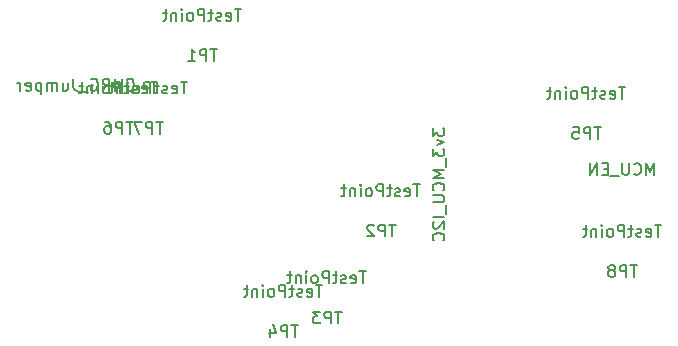
<source format=gbr>
G04 #@! TF.GenerationSoftware,KiCad,Pcbnew,9.0.0*
G04 #@! TF.CreationDate,2025-03-02T20:38:03-08:00*
G04 #@! TF.ProjectId,SuperPower-uC-KiCad,53757065-7250-46f7-9765-722d75432d4b,rev?*
G04 #@! TF.SameCoordinates,Original*
G04 #@! TF.FileFunction,AssemblyDrawing,Bot*
%FSLAX46Y46*%
G04 Gerber Fmt 4.6, Leading zero omitted, Abs format (unit mm)*
G04 Created by KiCad (PCBNEW 9.0.0) date 2025-03-02 20:38:03*
%MOMM*%
%LPD*%
G01*
G04 APERTURE LIST*
%ADD10C,0.150000*%
G04 APERTURE END LIST*
D10*
X135939333Y-111250819D02*
X135367905Y-111250819D01*
X135653619Y-112250819D02*
X135653619Y-111250819D01*
X134653619Y-112203200D02*
X134748857Y-112250819D01*
X134748857Y-112250819D02*
X134939333Y-112250819D01*
X134939333Y-112250819D02*
X135034571Y-112203200D01*
X135034571Y-112203200D02*
X135082190Y-112107961D01*
X135082190Y-112107961D02*
X135082190Y-111727009D01*
X135082190Y-111727009D02*
X135034571Y-111631771D01*
X135034571Y-111631771D02*
X134939333Y-111584152D01*
X134939333Y-111584152D02*
X134748857Y-111584152D01*
X134748857Y-111584152D02*
X134653619Y-111631771D01*
X134653619Y-111631771D02*
X134606000Y-111727009D01*
X134606000Y-111727009D02*
X134606000Y-111822247D01*
X134606000Y-111822247D02*
X135082190Y-111917485D01*
X134225047Y-112203200D02*
X134129809Y-112250819D01*
X134129809Y-112250819D02*
X133939333Y-112250819D01*
X133939333Y-112250819D02*
X133844095Y-112203200D01*
X133844095Y-112203200D02*
X133796476Y-112107961D01*
X133796476Y-112107961D02*
X133796476Y-112060342D01*
X133796476Y-112060342D02*
X133844095Y-111965104D01*
X133844095Y-111965104D02*
X133939333Y-111917485D01*
X133939333Y-111917485D02*
X134082190Y-111917485D01*
X134082190Y-111917485D02*
X134177428Y-111869866D01*
X134177428Y-111869866D02*
X134225047Y-111774628D01*
X134225047Y-111774628D02*
X134225047Y-111727009D01*
X134225047Y-111727009D02*
X134177428Y-111631771D01*
X134177428Y-111631771D02*
X134082190Y-111584152D01*
X134082190Y-111584152D02*
X133939333Y-111584152D01*
X133939333Y-111584152D02*
X133844095Y-111631771D01*
X133510761Y-111584152D02*
X133129809Y-111584152D01*
X133367904Y-111250819D02*
X133367904Y-112107961D01*
X133367904Y-112107961D02*
X133320285Y-112203200D01*
X133320285Y-112203200D02*
X133225047Y-112250819D01*
X133225047Y-112250819D02*
X133129809Y-112250819D01*
X132796475Y-112250819D02*
X132796475Y-111250819D01*
X132796475Y-111250819D02*
X132415523Y-111250819D01*
X132415523Y-111250819D02*
X132320285Y-111298438D01*
X132320285Y-111298438D02*
X132272666Y-111346057D01*
X132272666Y-111346057D02*
X132225047Y-111441295D01*
X132225047Y-111441295D02*
X132225047Y-111584152D01*
X132225047Y-111584152D02*
X132272666Y-111679390D01*
X132272666Y-111679390D02*
X132320285Y-111727009D01*
X132320285Y-111727009D02*
X132415523Y-111774628D01*
X132415523Y-111774628D02*
X132796475Y-111774628D01*
X131653618Y-112250819D02*
X131748856Y-112203200D01*
X131748856Y-112203200D02*
X131796475Y-112155580D01*
X131796475Y-112155580D02*
X131844094Y-112060342D01*
X131844094Y-112060342D02*
X131844094Y-111774628D01*
X131844094Y-111774628D02*
X131796475Y-111679390D01*
X131796475Y-111679390D02*
X131748856Y-111631771D01*
X131748856Y-111631771D02*
X131653618Y-111584152D01*
X131653618Y-111584152D02*
X131510761Y-111584152D01*
X131510761Y-111584152D02*
X131415523Y-111631771D01*
X131415523Y-111631771D02*
X131367904Y-111679390D01*
X131367904Y-111679390D02*
X131320285Y-111774628D01*
X131320285Y-111774628D02*
X131320285Y-112060342D01*
X131320285Y-112060342D02*
X131367904Y-112155580D01*
X131367904Y-112155580D02*
X131415523Y-112203200D01*
X131415523Y-112203200D02*
X131510761Y-112250819D01*
X131510761Y-112250819D02*
X131653618Y-112250819D01*
X130891713Y-112250819D02*
X130891713Y-111584152D01*
X130891713Y-111250819D02*
X130939332Y-111298438D01*
X130939332Y-111298438D02*
X130891713Y-111346057D01*
X130891713Y-111346057D02*
X130844094Y-111298438D01*
X130844094Y-111298438D02*
X130891713Y-111250819D01*
X130891713Y-111250819D02*
X130891713Y-111346057D01*
X130415523Y-111584152D02*
X130415523Y-112250819D01*
X130415523Y-111679390D02*
X130367904Y-111631771D01*
X130367904Y-111631771D02*
X130272666Y-111584152D01*
X130272666Y-111584152D02*
X130129809Y-111584152D01*
X130129809Y-111584152D02*
X130034571Y-111631771D01*
X130034571Y-111631771D02*
X129986952Y-111727009D01*
X129986952Y-111727009D02*
X129986952Y-112250819D01*
X129653618Y-111584152D02*
X129272666Y-111584152D01*
X129510761Y-111250819D02*
X129510761Y-112107961D01*
X129510761Y-112107961D02*
X129463142Y-112203200D01*
X129463142Y-112203200D02*
X129367904Y-112250819D01*
X129367904Y-112250819D02*
X129272666Y-112250819D01*
X133867904Y-114650819D02*
X133296476Y-114650819D01*
X133582190Y-115650819D02*
X133582190Y-114650819D01*
X132963142Y-115650819D02*
X132963142Y-114650819D01*
X132963142Y-114650819D02*
X132582190Y-114650819D01*
X132582190Y-114650819D02*
X132486952Y-114698438D01*
X132486952Y-114698438D02*
X132439333Y-114746057D01*
X132439333Y-114746057D02*
X132391714Y-114841295D01*
X132391714Y-114841295D02*
X132391714Y-114984152D01*
X132391714Y-114984152D02*
X132439333Y-115079390D01*
X132439333Y-115079390D02*
X132486952Y-115127009D01*
X132486952Y-115127009D02*
X132582190Y-115174628D01*
X132582190Y-115174628D02*
X132963142Y-115174628D01*
X132010761Y-114746057D02*
X131963142Y-114698438D01*
X131963142Y-114698438D02*
X131867904Y-114650819D01*
X131867904Y-114650819D02*
X131629809Y-114650819D01*
X131629809Y-114650819D02*
X131534571Y-114698438D01*
X131534571Y-114698438D02*
X131486952Y-114746057D01*
X131486952Y-114746057D02*
X131439333Y-114841295D01*
X131439333Y-114841295D02*
X131439333Y-114936533D01*
X131439333Y-114936533D02*
X131486952Y-115079390D01*
X131486952Y-115079390D02*
X132058380Y-115650819D01*
X132058380Y-115650819D02*
X131439333Y-115650819D01*
X127666333Y-119751819D02*
X127094905Y-119751819D01*
X127380619Y-120751819D02*
X127380619Y-119751819D01*
X126380619Y-120704200D02*
X126475857Y-120751819D01*
X126475857Y-120751819D02*
X126666333Y-120751819D01*
X126666333Y-120751819D02*
X126761571Y-120704200D01*
X126761571Y-120704200D02*
X126809190Y-120608961D01*
X126809190Y-120608961D02*
X126809190Y-120228009D01*
X126809190Y-120228009D02*
X126761571Y-120132771D01*
X126761571Y-120132771D02*
X126666333Y-120085152D01*
X126666333Y-120085152D02*
X126475857Y-120085152D01*
X126475857Y-120085152D02*
X126380619Y-120132771D01*
X126380619Y-120132771D02*
X126333000Y-120228009D01*
X126333000Y-120228009D02*
X126333000Y-120323247D01*
X126333000Y-120323247D02*
X126809190Y-120418485D01*
X125952047Y-120704200D02*
X125856809Y-120751819D01*
X125856809Y-120751819D02*
X125666333Y-120751819D01*
X125666333Y-120751819D02*
X125571095Y-120704200D01*
X125571095Y-120704200D02*
X125523476Y-120608961D01*
X125523476Y-120608961D02*
X125523476Y-120561342D01*
X125523476Y-120561342D02*
X125571095Y-120466104D01*
X125571095Y-120466104D02*
X125666333Y-120418485D01*
X125666333Y-120418485D02*
X125809190Y-120418485D01*
X125809190Y-120418485D02*
X125904428Y-120370866D01*
X125904428Y-120370866D02*
X125952047Y-120275628D01*
X125952047Y-120275628D02*
X125952047Y-120228009D01*
X125952047Y-120228009D02*
X125904428Y-120132771D01*
X125904428Y-120132771D02*
X125809190Y-120085152D01*
X125809190Y-120085152D02*
X125666333Y-120085152D01*
X125666333Y-120085152D02*
X125571095Y-120132771D01*
X125237761Y-120085152D02*
X124856809Y-120085152D01*
X125094904Y-119751819D02*
X125094904Y-120608961D01*
X125094904Y-120608961D02*
X125047285Y-120704200D01*
X125047285Y-120704200D02*
X124952047Y-120751819D01*
X124952047Y-120751819D02*
X124856809Y-120751819D01*
X124523475Y-120751819D02*
X124523475Y-119751819D01*
X124523475Y-119751819D02*
X124142523Y-119751819D01*
X124142523Y-119751819D02*
X124047285Y-119799438D01*
X124047285Y-119799438D02*
X123999666Y-119847057D01*
X123999666Y-119847057D02*
X123952047Y-119942295D01*
X123952047Y-119942295D02*
X123952047Y-120085152D01*
X123952047Y-120085152D02*
X123999666Y-120180390D01*
X123999666Y-120180390D02*
X124047285Y-120228009D01*
X124047285Y-120228009D02*
X124142523Y-120275628D01*
X124142523Y-120275628D02*
X124523475Y-120275628D01*
X123380618Y-120751819D02*
X123475856Y-120704200D01*
X123475856Y-120704200D02*
X123523475Y-120656580D01*
X123523475Y-120656580D02*
X123571094Y-120561342D01*
X123571094Y-120561342D02*
X123571094Y-120275628D01*
X123571094Y-120275628D02*
X123523475Y-120180390D01*
X123523475Y-120180390D02*
X123475856Y-120132771D01*
X123475856Y-120132771D02*
X123380618Y-120085152D01*
X123380618Y-120085152D02*
X123237761Y-120085152D01*
X123237761Y-120085152D02*
X123142523Y-120132771D01*
X123142523Y-120132771D02*
X123094904Y-120180390D01*
X123094904Y-120180390D02*
X123047285Y-120275628D01*
X123047285Y-120275628D02*
X123047285Y-120561342D01*
X123047285Y-120561342D02*
X123094904Y-120656580D01*
X123094904Y-120656580D02*
X123142523Y-120704200D01*
X123142523Y-120704200D02*
X123237761Y-120751819D01*
X123237761Y-120751819D02*
X123380618Y-120751819D01*
X122618713Y-120751819D02*
X122618713Y-120085152D01*
X122618713Y-119751819D02*
X122666332Y-119799438D01*
X122666332Y-119799438D02*
X122618713Y-119847057D01*
X122618713Y-119847057D02*
X122571094Y-119799438D01*
X122571094Y-119799438D02*
X122618713Y-119751819D01*
X122618713Y-119751819D02*
X122618713Y-119847057D01*
X122142523Y-120085152D02*
X122142523Y-120751819D01*
X122142523Y-120180390D02*
X122094904Y-120132771D01*
X122094904Y-120132771D02*
X121999666Y-120085152D01*
X121999666Y-120085152D02*
X121856809Y-120085152D01*
X121856809Y-120085152D02*
X121761571Y-120132771D01*
X121761571Y-120132771D02*
X121713952Y-120228009D01*
X121713952Y-120228009D02*
X121713952Y-120751819D01*
X121380618Y-120085152D02*
X120999666Y-120085152D01*
X121237761Y-119751819D02*
X121237761Y-120608961D01*
X121237761Y-120608961D02*
X121190142Y-120704200D01*
X121190142Y-120704200D02*
X121094904Y-120751819D01*
X121094904Y-120751819D02*
X120999666Y-120751819D01*
X125594904Y-123151819D02*
X125023476Y-123151819D01*
X125309190Y-124151819D02*
X125309190Y-123151819D01*
X124690142Y-124151819D02*
X124690142Y-123151819D01*
X124690142Y-123151819D02*
X124309190Y-123151819D01*
X124309190Y-123151819D02*
X124213952Y-123199438D01*
X124213952Y-123199438D02*
X124166333Y-123247057D01*
X124166333Y-123247057D02*
X124118714Y-123342295D01*
X124118714Y-123342295D02*
X124118714Y-123485152D01*
X124118714Y-123485152D02*
X124166333Y-123580390D01*
X124166333Y-123580390D02*
X124213952Y-123628009D01*
X124213952Y-123628009D02*
X124309190Y-123675628D01*
X124309190Y-123675628D02*
X124690142Y-123675628D01*
X123261571Y-123485152D02*
X123261571Y-124151819D01*
X123499666Y-123104200D02*
X123737761Y-123818485D01*
X123737761Y-123818485D02*
X123118714Y-123818485D01*
X156368333Y-114671819D02*
X155796905Y-114671819D01*
X156082619Y-115671819D02*
X156082619Y-114671819D01*
X155082619Y-115624200D02*
X155177857Y-115671819D01*
X155177857Y-115671819D02*
X155368333Y-115671819D01*
X155368333Y-115671819D02*
X155463571Y-115624200D01*
X155463571Y-115624200D02*
X155511190Y-115528961D01*
X155511190Y-115528961D02*
X155511190Y-115148009D01*
X155511190Y-115148009D02*
X155463571Y-115052771D01*
X155463571Y-115052771D02*
X155368333Y-115005152D01*
X155368333Y-115005152D02*
X155177857Y-115005152D01*
X155177857Y-115005152D02*
X155082619Y-115052771D01*
X155082619Y-115052771D02*
X155035000Y-115148009D01*
X155035000Y-115148009D02*
X155035000Y-115243247D01*
X155035000Y-115243247D02*
X155511190Y-115338485D01*
X154654047Y-115624200D02*
X154558809Y-115671819D01*
X154558809Y-115671819D02*
X154368333Y-115671819D01*
X154368333Y-115671819D02*
X154273095Y-115624200D01*
X154273095Y-115624200D02*
X154225476Y-115528961D01*
X154225476Y-115528961D02*
X154225476Y-115481342D01*
X154225476Y-115481342D02*
X154273095Y-115386104D01*
X154273095Y-115386104D02*
X154368333Y-115338485D01*
X154368333Y-115338485D02*
X154511190Y-115338485D01*
X154511190Y-115338485D02*
X154606428Y-115290866D01*
X154606428Y-115290866D02*
X154654047Y-115195628D01*
X154654047Y-115195628D02*
X154654047Y-115148009D01*
X154654047Y-115148009D02*
X154606428Y-115052771D01*
X154606428Y-115052771D02*
X154511190Y-115005152D01*
X154511190Y-115005152D02*
X154368333Y-115005152D01*
X154368333Y-115005152D02*
X154273095Y-115052771D01*
X153939761Y-115005152D02*
X153558809Y-115005152D01*
X153796904Y-114671819D02*
X153796904Y-115528961D01*
X153796904Y-115528961D02*
X153749285Y-115624200D01*
X153749285Y-115624200D02*
X153654047Y-115671819D01*
X153654047Y-115671819D02*
X153558809Y-115671819D01*
X153225475Y-115671819D02*
X153225475Y-114671819D01*
X153225475Y-114671819D02*
X152844523Y-114671819D01*
X152844523Y-114671819D02*
X152749285Y-114719438D01*
X152749285Y-114719438D02*
X152701666Y-114767057D01*
X152701666Y-114767057D02*
X152654047Y-114862295D01*
X152654047Y-114862295D02*
X152654047Y-115005152D01*
X152654047Y-115005152D02*
X152701666Y-115100390D01*
X152701666Y-115100390D02*
X152749285Y-115148009D01*
X152749285Y-115148009D02*
X152844523Y-115195628D01*
X152844523Y-115195628D02*
X153225475Y-115195628D01*
X152082618Y-115671819D02*
X152177856Y-115624200D01*
X152177856Y-115624200D02*
X152225475Y-115576580D01*
X152225475Y-115576580D02*
X152273094Y-115481342D01*
X152273094Y-115481342D02*
X152273094Y-115195628D01*
X152273094Y-115195628D02*
X152225475Y-115100390D01*
X152225475Y-115100390D02*
X152177856Y-115052771D01*
X152177856Y-115052771D02*
X152082618Y-115005152D01*
X152082618Y-115005152D02*
X151939761Y-115005152D01*
X151939761Y-115005152D02*
X151844523Y-115052771D01*
X151844523Y-115052771D02*
X151796904Y-115100390D01*
X151796904Y-115100390D02*
X151749285Y-115195628D01*
X151749285Y-115195628D02*
X151749285Y-115481342D01*
X151749285Y-115481342D02*
X151796904Y-115576580D01*
X151796904Y-115576580D02*
X151844523Y-115624200D01*
X151844523Y-115624200D02*
X151939761Y-115671819D01*
X151939761Y-115671819D02*
X152082618Y-115671819D01*
X151320713Y-115671819D02*
X151320713Y-115005152D01*
X151320713Y-114671819D02*
X151368332Y-114719438D01*
X151368332Y-114719438D02*
X151320713Y-114767057D01*
X151320713Y-114767057D02*
X151273094Y-114719438D01*
X151273094Y-114719438D02*
X151320713Y-114671819D01*
X151320713Y-114671819D02*
X151320713Y-114767057D01*
X150844523Y-115005152D02*
X150844523Y-115671819D01*
X150844523Y-115100390D02*
X150796904Y-115052771D01*
X150796904Y-115052771D02*
X150701666Y-115005152D01*
X150701666Y-115005152D02*
X150558809Y-115005152D01*
X150558809Y-115005152D02*
X150463571Y-115052771D01*
X150463571Y-115052771D02*
X150415952Y-115148009D01*
X150415952Y-115148009D02*
X150415952Y-115671819D01*
X150082618Y-115005152D02*
X149701666Y-115005152D01*
X149939761Y-114671819D02*
X149939761Y-115528961D01*
X149939761Y-115528961D02*
X149892142Y-115624200D01*
X149892142Y-115624200D02*
X149796904Y-115671819D01*
X149796904Y-115671819D02*
X149701666Y-115671819D01*
X154296904Y-118071819D02*
X153725476Y-118071819D01*
X154011190Y-119071819D02*
X154011190Y-118071819D01*
X153392142Y-119071819D02*
X153392142Y-118071819D01*
X153392142Y-118071819D02*
X153011190Y-118071819D01*
X153011190Y-118071819D02*
X152915952Y-118119438D01*
X152915952Y-118119438D02*
X152868333Y-118167057D01*
X152868333Y-118167057D02*
X152820714Y-118262295D01*
X152820714Y-118262295D02*
X152820714Y-118405152D01*
X152820714Y-118405152D02*
X152868333Y-118500390D01*
X152868333Y-118500390D02*
X152915952Y-118548009D01*
X152915952Y-118548009D02*
X153011190Y-118595628D01*
X153011190Y-118595628D02*
X153392142Y-118595628D01*
X152249285Y-118500390D02*
X152344523Y-118452771D01*
X152344523Y-118452771D02*
X152392142Y-118405152D01*
X152392142Y-118405152D02*
X152439761Y-118309914D01*
X152439761Y-118309914D02*
X152439761Y-118262295D01*
X152439761Y-118262295D02*
X152392142Y-118167057D01*
X152392142Y-118167057D02*
X152344523Y-118119438D01*
X152344523Y-118119438D02*
X152249285Y-118071819D01*
X152249285Y-118071819D02*
X152058809Y-118071819D01*
X152058809Y-118071819D02*
X151963571Y-118119438D01*
X151963571Y-118119438D02*
X151915952Y-118167057D01*
X151915952Y-118167057D02*
X151868333Y-118262295D01*
X151868333Y-118262295D02*
X151868333Y-118309914D01*
X151868333Y-118309914D02*
X151915952Y-118405152D01*
X151915952Y-118405152D02*
X151963571Y-118452771D01*
X151963571Y-118452771D02*
X152058809Y-118500390D01*
X152058809Y-118500390D02*
X152249285Y-118500390D01*
X152249285Y-118500390D02*
X152344523Y-118548009D01*
X152344523Y-118548009D02*
X152392142Y-118595628D01*
X152392142Y-118595628D02*
X152439761Y-118690866D01*
X152439761Y-118690866D02*
X152439761Y-118881342D01*
X152439761Y-118881342D02*
X152392142Y-118976580D01*
X152392142Y-118976580D02*
X152344523Y-119024200D01*
X152344523Y-119024200D02*
X152249285Y-119071819D01*
X152249285Y-119071819D02*
X152058809Y-119071819D01*
X152058809Y-119071819D02*
X151963571Y-119024200D01*
X151963571Y-119024200D02*
X151915952Y-118976580D01*
X151915952Y-118976580D02*
X151868333Y-118881342D01*
X151868333Y-118881342D02*
X151868333Y-118690866D01*
X151868333Y-118690866D02*
X151915952Y-118595628D01*
X151915952Y-118595628D02*
X151963571Y-118548009D01*
X151963571Y-118548009D02*
X152058809Y-118500390D01*
X153320333Y-102987819D02*
X152748905Y-102987819D01*
X153034619Y-103987819D02*
X153034619Y-102987819D01*
X152034619Y-103940200D02*
X152129857Y-103987819D01*
X152129857Y-103987819D02*
X152320333Y-103987819D01*
X152320333Y-103987819D02*
X152415571Y-103940200D01*
X152415571Y-103940200D02*
X152463190Y-103844961D01*
X152463190Y-103844961D02*
X152463190Y-103464009D01*
X152463190Y-103464009D02*
X152415571Y-103368771D01*
X152415571Y-103368771D02*
X152320333Y-103321152D01*
X152320333Y-103321152D02*
X152129857Y-103321152D01*
X152129857Y-103321152D02*
X152034619Y-103368771D01*
X152034619Y-103368771D02*
X151987000Y-103464009D01*
X151987000Y-103464009D02*
X151987000Y-103559247D01*
X151987000Y-103559247D02*
X152463190Y-103654485D01*
X151606047Y-103940200D02*
X151510809Y-103987819D01*
X151510809Y-103987819D02*
X151320333Y-103987819D01*
X151320333Y-103987819D02*
X151225095Y-103940200D01*
X151225095Y-103940200D02*
X151177476Y-103844961D01*
X151177476Y-103844961D02*
X151177476Y-103797342D01*
X151177476Y-103797342D02*
X151225095Y-103702104D01*
X151225095Y-103702104D02*
X151320333Y-103654485D01*
X151320333Y-103654485D02*
X151463190Y-103654485D01*
X151463190Y-103654485D02*
X151558428Y-103606866D01*
X151558428Y-103606866D02*
X151606047Y-103511628D01*
X151606047Y-103511628D02*
X151606047Y-103464009D01*
X151606047Y-103464009D02*
X151558428Y-103368771D01*
X151558428Y-103368771D02*
X151463190Y-103321152D01*
X151463190Y-103321152D02*
X151320333Y-103321152D01*
X151320333Y-103321152D02*
X151225095Y-103368771D01*
X150891761Y-103321152D02*
X150510809Y-103321152D01*
X150748904Y-102987819D02*
X150748904Y-103844961D01*
X150748904Y-103844961D02*
X150701285Y-103940200D01*
X150701285Y-103940200D02*
X150606047Y-103987819D01*
X150606047Y-103987819D02*
X150510809Y-103987819D01*
X150177475Y-103987819D02*
X150177475Y-102987819D01*
X150177475Y-102987819D02*
X149796523Y-102987819D01*
X149796523Y-102987819D02*
X149701285Y-103035438D01*
X149701285Y-103035438D02*
X149653666Y-103083057D01*
X149653666Y-103083057D02*
X149606047Y-103178295D01*
X149606047Y-103178295D02*
X149606047Y-103321152D01*
X149606047Y-103321152D02*
X149653666Y-103416390D01*
X149653666Y-103416390D02*
X149701285Y-103464009D01*
X149701285Y-103464009D02*
X149796523Y-103511628D01*
X149796523Y-103511628D02*
X150177475Y-103511628D01*
X149034618Y-103987819D02*
X149129856Y-103940200D01*
X149129856Y-103940200D02*
X149177475Y-103892580D01*
X149177475Y-103892580D02*
X149225094Y-103797342D01*
X149225094Y-103797342D02*
X149225094Y-103511628D01*
X149225094Y-103511628D02*
X149177475Y-103416390D01*
X149177475Y-103416390D02*
X149129856Y-103368771D01*
X149129856Y-103368771D02*
X149034618Y-103321152D01*
X149034618Y-103321152D02*
X148891761Y-103321152D01*
X148891761Y-103321152D02*
X148796523Y-103368771D01*
X148796523Y-103368771D02*
X148748904Y-103416390D01*
X148748904Y-103416390D02*
X148701285Y-103511628D01*
X148701285Y-103511628D02*
X148701285Y-103797342D01*
X148701285Y-103797342D02*
X148748904Y-103892580D01*
X148748904Y-103892580D02*
X148796523Y-103940200D01*
X148796523Y-103940200D02*
X148891761Y-103987819D01*
X148891761Y-103987819D02*
X149034618Y-103987819D01*
X148272713Y-103987819D02*
X148272713Y-103321152D01*
X148272713Y-102987819D02*
X148320332Y-103035438D01*
X148320332Y-103035438D02*
X148272713Y-103083057D01*
X148272713Y-103083057D02*
X148225094Y-103035438D01*
X148225094Y-103035438D02*
X148272713Y-102987819D01*
X148272713Y-102987819D02*
X148272713Y-103083057D01*
X147796523Y-103321152D02*
X147796523Y-103987819D01*
X147796523Y-103416390D02*
X147748904Y-103368771D01*
X147748904Y-103368771D02*
X147653666Y-103321152D01*
X147653666Y-103321152D02*
X147510809Y-103321152D01*
X147510809Y-103321152D02*
X147415571Y-103368771D01*
X147415571Y-103368771D02*
X147367952Y-103464009D01*
X147367952Y-103464009D02*
X147367952Y-103987819D01*
X147034618Y-103321152D02*
X146653666Y-103321152D01*
X146891761Y-102987819D02*
X146891761Y-103844961D01*
X146891761Y-103844961D02*
X146844142Y-103940200D01*
X146844142Y-103940200D02*
X146748904Y-103987819D01*
X146748904Y-103987819D02*
X146653666Y-103987819D01*
X151248904Y-106387819D02*
X150677476Y-106387819D01*
X150963190Y-107387819D02*
X150963190Y-106387819D01*
X150344142Y-107387819D02*
X150344142Y-106387819D01*
X150344142Y-106387819D02*
X149963190Y-106387819D01*
X149963190Y-106387819D02*
X149867952Y-106435438D01*
X149867952Y-106435438D02*
X149820333Y-106483057D01*
X149820333Y-106483057D02*
X149772714Y-106578295D01*
X149772714Y-106578295D02*
X149772714Y-106721152D01*
X149772714Y-106721152D02*
X149820333Y-106816390D01*
X149820333Y-106816390D02*
X149867952Y-106864009D01*
X149867952Y-106864009D02*
X149963190Y-106911628D01*
X149963190Y-106911628D02*
X150344142Y-106911628D01*
X148867952Y-106387819D02*
X149344142Y-106387819D01*
X149344142Y-106387819D02*
X149391761Y-106864009D01*
X149391761Y-106864009D02*
X149344142Y-106816390D01*
X149344142Y-106816390D02*
X149248904Y-106768771D01*
X149248904Y-106768771D02*
X149010809Y-106768771D01*
X149010809Y-106768771D02*
X148915571Y-106816390D01*
X148915571Y-106816390D02*
X148867952Y-106864009D01*
X148867952Y-106864009D02*
X148820333Y-106959247D01*
X148820333Y-106959247D02*
X148820333Y-107197342D01*
X148820333Y-107197342D02*
X148867952Y-107292580D01*
X148867952Y-107292580D02*
X148915571Y-107340200D01*
X148915571Y-107340200D02*
X149010809Y-107387819D01*
X149010809Y-107387819D02*
X149248904Y-107387819D01*
X149248904Y-107387819D02*
X149344142Y-107340200D01*
X149344142Y-107340200D02*
X149391761Y-107292580D01*
X116236333Y-102543319D02*
X115664905Y-102543319D01*
X115950619Y-103543319D02*
X115950619Y-102543319D01*
X114950619Y-103495700D02*
X115045857Y-103543319D01*
X115045857Y-103543319D02*
X115236333Y-103543319D01*
X115236333Y-103543319D02*
X115331571Y-103495700D01*
X115331571Y-103495700D02*
X115379190Y-103400461D01*
X115379190Y-103400461D02*
X115379190Y-103019509D01*
X115379190Y-103019509D02*
X115331571Y-102924271D01*
X115331571Y-102924271D02*
X115236333Y-102876652D01*
X115236333Y-102876652D02*
X115045857Y-102876652D01*
X115045857Y-102876652D02*
X114950619Y-102924271D01*
X114950619Y-102924271D02*
X114903000Y-103019509D01*
X114903000Y-103019509D02*
X114903000Y-103114747D01*
X114903000Y-103114747D02*
X115379190Y-103209985D01*
X114522047Y-103495700D02*
X114426809Y-103543319D01*
X114426809Y-103543319D02*
X114236333Y-103543319D01*
X114236333Y-103543319D02*
X114141095Y-103495700D01*
X114141095Y-103495700D02*
X114093476Y-103400461D01*
X114093476Y-103400461D02*
X114093476Y-103352842D01*
X114093476Y-103352842D02*
X114141095Y-103257604D01*
X114141095Y-103257604D02*
X114236333Y-103209985D01*
X114236333Y-103209985D02*
X114379190Y-103209985D01*
X114379190Y-103209985D02*
X114474428Y-103162366D01*
X114474428Y-103162366D02*
X114522047Y-103067128D01*
X114522047Y-103067128D02*
X114522047Y-103019509D01*
X114522047Y-103019509D02*
X114474428Y-102924271D01*
X114474428Y-102924271D02*
X114379190Y-102876652D01*
X114379190Y-102876652D02*
X114236333Y-102876652D01*
X114236333Y-102876652D02*
X114141095Y-102924271D01*
X113807761Y-102876652D02*
X113426809Y-102876652D01*
X113664904Y-102543319D02*
X113664904Y-103400461D01*
X113664904Y-103400461D02*
X113617285Y-103495700D01*
X113617285Y-103495700D02*
X113522047Y-103543319D01*
X113522047Y-103543319D02*
X113426809Y-103543319D01*
X113093475Y-103543319D02*
X113093475Y-102543319D01*
X113093475Y-102543319D02*
X112712523Y-102543319D01*
X112712523Y-102543319D02*
X112617285Y-102590938D01*
X112617285Y-102590938D02*
X112569666Y-102638557D01*
X112569666Y-102638557D02*
X112522047Y-102733795D01*
X112522047Y-102733795D02*
X112522047Y-102876652D01*
X112522047Y-102876652D02*
X112569666Y-102971890D01*
X112569666Y-102971890D02*
X112617285Y-103019509D01*
X112617285Y-103019509D02*
X112712523Y-103067128D01*
X112712523Y-103067128D02*
X113093475Y-103067128D01*
X111950618Y-103543319D02*
X112045856Y-103495700D01*
X112045856Y-103495700D02*
X112093475Y-103448080D01*
X112093475Y-103448080D02*
X112141094Y-103352842D01*
X112141094Y-103352842D02*
X112141094Y-103067128D01*
X112141094Y-103067128D02*
X112093475Y-102971890D01*
X112093475Y-102971890D02*
X112045856Y-102924271D01*
X112045856Y-102924271D02*
X111950618Y-102876652D01*
X111950618Y-102876652D02*
X111807761Y-102876652D01*
X111807761Y-102876652D02*
X111712523Y-102924271D01*
X111712523Y-102924271D02*
X111664904Y-102971890D01*
X111664904Y-102971890D02*
X111617285Y-103067128D01*
X111617285Y-103067128D02*
X111617285Y-103352842D01*
X111617285Y-103352842D02*
X111664904Y-103448080D01*
X111664904Y-103448080D02*
X111712523Y-103495700D01*
X111712523Y-103495700D02*
X111807761Y-103543319D01*
X111807761Y-103543319D02*
X111950618Y-103543319D01*
X111188713Y-103543319D02*
X111188713Y-102876652D01*
X111188713Y-102543319D02*
X111236332Y-102590938D01*
X111236332Y-102590938D02*
X111188713Y-102638557D01*
X111188713Y-102638557D02*
X111141094Y-102590938D01*
X111141094Y-102590938D02*
X111188713Y-102543319D01*
X111188713Y-102543319D02*
X111188713Y-102638557D01*
X110712523Y-102876652D02*
X110712523Y-103543319D01*
X110712523Y-102971890D02*
X110664904Y-102924271D01*
X110664904Y-102924271D02*
X110569666Y-102876652D01*
X110569666Y-102876652D02*
X110426809Y-102876652D01*
X110426809Y-102876652D02*
X110331571Y-102924271D01*
X110331571Y-102924271D02*
X110283952Y-103019509D01*
X110283952Y-103019509D02*
X110283952Y-103543319D01*
X109950618Y-102876652D02*
X109569666Y-102876652D01*
X109807761Y-102543319D02*
X109807761Y-103400461D01*
X109807761Y-103400461D02*
X109760142Y-103495700D01*
X109760142Y-103495700D02*
X109664904Y-103543319D01*
X109664904Y-103543319D02*
X109569666Y-103543319D01*
X114164904Y-105943319D02*
X113593476Y-105943319D01*
X113879190Y-106943319D02*
X113879190Y-105943319D01*
X113260142Y-106943319D02*
X113260142Y-105943319D01*
X113260142Y-105943319D02*
X112879190Y-105943319D01*
X112879190Y-105943319D02*
X112783952Y-105990938D01*
X112783952Y-105990938D02*
X112736333Y-106038557D01*
X112736333Y-106038557D02*
X112688714Y-106133795D01*
X112688714Y-106133795D02*
X112688714Y-106276652D01*
X112688714Y-106276652D02*
X112736333Y-106371890D01*
X112736333Y-106371890D02*
X112783952Y-106419509D01*
X112783952Y-106419509D02*
X112879190Y-106467128D01*
X112879190Y-106467128D02*
X113260142Y-106467128D01*
X112355380Y-105943319D02*
X111688714Y-105943319D01*
X111688714Y-105943319D02*
X112117285Y-106943319D01*
X113696333Y-102543319D02*
X113124905Y-102543319D01*
X113410619Y-103543319D02*
X113410619Y-102543319D01*
X112410619Y-103495700D02*
X112505857Y-103543319D01*
X112505857Y-103543319D02*
X112696333Y-103543319D01*
X112696333Y-103543319D02*
X112791571Y-103495700D01*
X112791571Y-103495700D02*
X112839190Y-103400461D01*
X112839190Y-103400461D02*
X112839190Y-103019509D01*
X112839190Y-103019509D02*
X112791571Y-102924271D01*
X112791571Y-102924271D02*
X112696333Y-102876652D01*
X112696333Y-102876652D02*
X112505857Y-102876652D01*
X112505857Y-102876652D02*
X112410619Y-102924271D01*
X112410619Y-102924271D02*
X112363000Y-103019509D01*
X112363000Y-103019509D02*
X112363000Y-103114747D01*
X112363000Y-103114747D02*
X112839190Y-103209985D01*
X111982047Y-103495700D02*
X111886809Y-103543319D01*
X111886809Y-103543319D02*
X111696333Y-103543319D01*
X111696333Y-103543319D02*
X111601095Y-103495700D01*
X111601095Y-103495700D02*
X111553476Y-103400461D01*
X111553476Y-103400461D02*
X111553476Y-103352842D01*
X111553476Y-103352842D02*
X111601095Y-103257604D01*
X111601095Y-103257604D02*
X111696333Y-103209985D01*
X111696333Y-103209985D02*
X111839190Y-103209985D01*
X111839190Y-103209985D02*
X111934428Y-103162366D01*
X111934428Y-103162366D02*
X111982047Y-103067128D01*
X111982047Y-103067128D02*
X111982047Y-103019509D01*
X111982047Y-103019509D02*
X111934428Y-102924271D01*
X111934428Y-102924271D02*
X111839190Y-102876652D01*
X111839190Y-102876652D02*
X111696333Y-102876652D01*
X111696333Y-102876652D02*
X111601095Y-102924271D01*
X111267761Y-102876652D02*
X110886809Y-102876652D01*
X111124904Y-102543319D02*
X111124904Y-103400461D01*
X111124904Y-103400461D02*
X111077285Y-103495700D01*
X111077285Y-103495700D02*
X110982047Y-103543319D01*
X110982047Y-103543319D02*
X110886809Y-103543319D01*
X110553475Y-103543319D02*
X110553475Y-102543319D01*
X110553475Y-102543319D02*
X110172523Y-102543319D01*
X110172523Y-102543319D02*
X110077285Y-102590938D01*
X110077285Y-102590938D02*
X110029666Y-102638557D01*
X110029666Y-102638557D02*
X109982047Y-102733795D01*
X109982047Y-102733795D02*
X109982047Y-102876652D01*
X109982047Y-102876652D02*
X110029666Y-102971890D01*
X110029666Y-102971890D02*
X110077285Y-103019509D01*
X110077285Y-103019509D02*
X110172523Y-103067128D01*
X110172523Y-103067128D02*
X110553475Y-103067128D01*
X109410618Y-103543319D02*
X109505856Y-103495700D01*
X109505856Y-103495700D02*
X109553475Y-103448080D01*
X109553475Y-103448080D02*
X109601094Y-103352842D01*
X109601094Y-103352842D02*
X109601094Y-103067128D01*
X109601094Y-103067128D02*
X109553475Y-102971890D01*
X109553475Y-102971890D02*
X109505856Y-102924271D01*
X109505856Y-102924271D02*
X109410618Y-102876652D01*
X109410618Y-102876652D02*
X109267761Y-102876652D01*
X109267761Y-102876652D02*
X109172523Y-102924271D01*
X109172523Y-102924271D02*
X109124904Y-102971890D01*
X109124904Y-102971890D02*
X109077285Y-103067128D01*
X109077285Y-103067128D02*
X109077285Y-103352842D01*
X109077285Y-103352842D02*
X109124904Y-103448080D01*
X109124904Y-103448080D02*
X109172523Y-103495700D01*
X109172523Y-103495700D02*
X109267761Y-103543319D01*
X109267761Y-103543319D02*
X109410618Y-103543319D01*
X108648713Y-103543319D02*
X108648713Y-102876652D01*
X108648713Y-102543319D02*
X108696332Y-102590938D01*
X108696332Y-102590938D02*
X108648713Y-102638557D01*
X108648713Y-102638557D02*
X108601094Y-102590938D01*
X108601094Y-102590938D02*
X108648713Y-102543319D01*
X108648713Y-102543319D02*
X108648713Y-102638557D01*
X108172523Y-102876652D02*
X108172523Y-103543319D01*
X108172523Y-102971890D02*
X108124904Y-102924271D01*
X108124904Y-102924271D02*
X108029666Y-102876652D01*
X108029666Y-102876652D02*
X107886809Y-102876652D01*
X107886809Y-102876652D02*
X107791571Y-102924271D01*
X107791571Y-102924271D02*
X107743952Y-103019509D01*
X107743952Y-103019509D02*
X107743952Y-103543319D01*
X107410618Y-102876652D02*
X107029666Y-102876652D01*
X107267761Y-102543319D02*
X107267761Y-103400461D01*
X107267761Y-103400461D02*
X107220142Y-103495700D01*
X107220142Y-103495700D02*
X107124904Y-103543319D01*
X107124904Y-103543319D02*
X107029666Y-103543319D01*
X111624904Y-105943319D02*
X111053476Y-105943319D01*
X111339190Y-106943319D02*
X111339190Y-105943319D01*
X110720142Y-106943319D02*
X110720142Y-105943319D01*
X110720142Y-105943319D02*
X110339190Y-105943319D01*
X110339190Y-105943319D02*
X110243952Y-105990938D01*
X110243952Y-105990938D02*
X110196333Y-106038557D01*
X110196333Y-106038557D02*
X110148714Y-106133795D01*
X110148714Y-106133795D02*
X110148714Y-106276652D01*
X110148714Y-106276652D02*
X110196333Y-106371890D01*
X110196333Y-106371890D02*
X110243952Y-106419509D01*
X110243952Y-106419509D02*
X110339190Y-106467128D01*
X110339190Y-106467128D02*
X110720142Y-106467128D01*
X109291571Y-105943319D02*
X109482047Y-105943319D01*
X109482047Y-105943319D02*
X109577285Y-105990938D01*
X109577285Y-105990938D02*
X109624904Y-106038557D01*
X109624904Y-106038557D02*
X109720142Y-106181414D01*
X109720142Y-106181414D02*
X109767761Y-106371890D01*
X109767761Y-106371890D02*
X109767761Y-106752842D01*
X109767761Y-106752842D02*
X109720142Y-106848080D01*
X109720142Y-106848080D02*
X109672523Y-106895700D01*
X109672523Y-106895700D02*
X109577285Y-106943319D01*
X109577285Y-106943319D02*
X109386809Y-106943319D01*
X109386809Y-106943319D02*
X109291571Y-106895700D01*
X109291571Y-106895700D02*
X109243952Y-106848080D01*
X109243952Y-106848080D02*
X109196333Y-106752842D01*
X109196333Y-106752842D02*
X109196333Y-106514747D01*
X109196333Y-106514747D02*
X109243952Y-106419509D01*
X109243952Y-106419509D02*
X109291571Y-106371890D01*
X109291571Y-106371890D02*
X109386809Y-106324271D01*
X109386809Y-106324271D02*
X109577285Y-106324271D01*
X109577285Y-106324271D02*
X109672523Y-106371890D01*
X109672523Y-106371890D02*
X109720142Y-106419509D01*
X109720142Y-106419509D02*
X109767761Y-106514747D01*
X131349333Y-118608819D02*
X130777905Y-118608819D01*
X131063619Y-119608819D02*
X131063619Y-118608819D01*
X130063619Y-119561200D02*
X130158857Y-119608819D01*
X130158857Y-119608819D02*
X130349333Y-119608819D01*
X130349333Y-119608819D02*
X130444571Y-119561200D01*
X130444571Y-119561200D02*
X130492190Y-119465961D01*
X130492190Y-119465961D02*
X130492190Y-119085009D01*
X130492190Y-119085009D02*
X130444571Y-118989771D01*
X130444571Y-118989771D02*
X130349333Y-118942152D01*
X130349333Y-118942152D02*
X130158857Y-118942152D01*
X130158857Y-118942152D02*
X130063619Y-118989771D01*
X130063619Y-118989771D02*
X130016000Y-119085009D01*
X130016000Y-119085009D02*
X130016000Y-119180247D01*
X130016000Y-119180247D02*
X130492190Y-119275485D01*
X129635047Y-119561200D02*
X129539809Y-119608819D01*
X129539809Y-119608819D02*
X129349333Y-119608819D01*
X129349333Y-119608819D02*
X129254095Y-119561200D01*
X129254095Y-119561200D02*
X129206476Y-119465961D01*
X129206476Y-119465961D02*
X129206476Y-119418342D01*
X129206476Y-119418342D02*
X129254095Y-119323104D01*
X129254095Y-119323104D02*
X129349333Y-119275485D01*
X129349333Y-119275485D02*
X129492190Y-119275485D01*
X129492190Y-119275485D02*
X129587428Y-119227866D01*
X129587428Y-119227866D02*
X129635047Y-119132628D01*
X129635047Y-119132628D02*
X129635047Y-119085009D01*
X129635047Y-119085009D02*
X129587428Y-118989771D01*
X129587428Y-118989771D02*
X129492190Y-118942152D01*
X129492190Y-118942152D02*
X129349333Y-118942152D01*
X129349333Y-118942152D02*
X129254095Y-118989771D01*
X128920761Y-118942152D02*
X128539809Y-118942152D01*
X128777904Y-118608819D02*
X128777904Y-119465961D01*
X128777904Y-119465961D02*
X128730285Y-119561200D01*
X128730285Y-119561200D02*
X128635047Y-119608819D01*
X128635047Y-119608819D02*
X128539809Y-119608819D01*
X128206475Y-119608819D02*
X128206475Y-118608819D01*
X128206475Y-118608819D02*
X127825523Y-118608819D01*
X127825523Y-118608819D02*
X127730285Y-118656438D01*
X127730285Y-118656438D02*
X127682666Y-118704057D01*
X127682666Y-118704057D02*
X127635047Y-118799295D01*
X127635047Y-118799295D02*
X127635047Y-118942152D01*
X127635047Y-118942152D02*
X127682666Y-119037390D01*
X127682666Y-119037390D02*
X127730285Y-119085009D01*
X127730285Y-119085009D02*
X127825523Y-119132628D01*
X127825523Y-119132628D02*
X128206475Y-119132628D01*
X127063618Y-119608819D02*
X127158856Y-119561200D01*
X127158856Y-119561200D02*
X127206475Y-119513580D01*
X127206475Y-119513580D02*
X127254094Y-119418342D01*
X127254094Y-119418342D02*
X127254094Y-119132628D01*
X127254094Y-119132628D02*
X127206475Y-119037390D01*
X127206475Y-119037390D02*
X127158856Y-118989771D01*
X127158856Y-118989771D02*
X127063618Y-118942152D01*
X127063618Y-118942152D02*
X126920761Y-118942152D01*
X126920761Y-118942152D02*
X126825523Y-118989771D01*
X126825523Y-118989771D02*
X126777904Y-119037390D01*
X126777904Y-119037390D02*
X126730285Y-119132628D01*
X126730285Y-119132628D02*
X126730285Y-119418342D01*
X126730285Y-119418342D02*
X126777904Y-119513580D01*
X126777904Y-119513580D02*
X126825523Y-119561200D01*
X126825523Y-119561200D02*
X126920761Y-119608819D01*
X126920761Y-119608819D02*
X127063618Y-119608819D01*
X126301713Y-119608819D02*
X126301713Y-118942152D01*
X126301713Y-118608819D02*
X126349332Y-118656438D01*
X126349332Y-118656438D02*
X126301713Y-118704057D01*
X126301713Y-118704057D02*
X126254094Y-118656438D01*
X126254094Y-118656438D02*
X126301713Y-118608819D01*
X126301713Y-118608819D02*
X126301713Y-118704057D01*
X125825523Y-118942152D02*
X125825523Y-119608819D01*
X125825523Y-119037390D02*
X125777904Y-118989771D01*
X125777904Y-118989771D02*
X125682666Y-118942152D01*
X125682666Y-118942152D02*
X125539809Y-118942152D01*
X125539809Y-118942152D02*
X125444571Y-118989771D01*
X125444571Y-118989771D02*
X125396952Y-119085009D01*
X125396952Y-119085009D02*
X125396952Y-119608819D01*
X125063618Y-118942152D02*
X124682666Y-118942152D01*
X124920761Y-118608819D02*
X124920761Y-119465961D01*
X124920761Y-119465961D02*
X124873142Y-119561200D01*
X124873142Y-119561200D02*
X124777904Y-119608819D01*
X124777904Y-119608819D02*
X124682666Y-119608819D01*
X129277904Y-122008819D02*
X128706476Y-122008819D01*
X128992190Y-123008819D02*
X128992190Y-122008819D01*
X128373142Y-123008819D02*
X128373142Y-122008819D01*
X128373142Y-122008819D02*
X127992190Y-122008819D01*
X127992190Y-122008819D02*
X127896952Y-122056438D01*
X127896952Y-122056438D02*
X127849333Y-122104057D01*
X127849333Y-122104057D02*
X127801714Y-122199295D01*
X127801714Y-122199295D02*
X127801714Y-122342152D01*
X127801714Y-122342152D02*
X127849333Y-122437390D01*
X127849333Y-122437390D02*
X127896952Y-122485009D01*
X127896952Y-122485009D02*
X127992190Y-122532628D01*
X127992190Y-122532628D02*
X128373142Y-122532628D01*
X127468380Y-122008819D02*
X126849333Y-122008819D01*
X126849333Y-122008819D02*
X127182666Y-122389771D01*
X127182666Y-122389771D02*
X127039809Y-122389771D01*
X127039809Y-122389771D02*
X126944571Y-122437390D01*
X126944571Y-122437390D02*
X126896952Y-122485009D01*
X126896952Y-122485009D02*
X126849333Y-122580247D01*
X126849333Y-122580247D02*
X126849333Y-122818342D01*
X126849333Y-122818342D02*
X126896952Y-122913580D01*
X126896952Y-122913580D02*
X126944571Y-122961200D01*
X126944571Y-122961200D02*
X127039809Y-123008819D01*
X127039809Y-123008819D02*
X127325523Y-123008819D01*
X127325523Y-123008819D02*
X127420761Y-122961200D01*
X127420761Y-122961200D02*
X127468380Y-122913580D01*
X120808333Y-96383819D02*
X120236905Y-96383819D01*
X120522619Y-97383819D02*
X120522619Y-96383819D01*
X119522619Y-97336200D02*
X119617857Y-97383819D01*
X119617857Y-97383819D02*
X119808333Y-97383819D01*
X119808333Y-97383819D02*
X119903571Y-97336200D01*
X119903571Y-97336200D02*
X119951190Y-97240961D01*
X119951190Y-97240961D02*
X119951190Y-96860009D01*
X119951190Y-96860009D02*
X119903571Y-96764771D01*
X119903571Y-96764771D02*
X119808333Y-96717152D01*
X119808333Y-96717152D02*
X119617857Y-96717152D01*
X119617857Y-96717152D02*
X119522619Y-96764771D01*
X119522619Y-96764771D02*
X119475000Y-96860009D01*
X119475000Y-96860009D02*
X119475000Y-96955247D01*
X119475000Y-96955247D02*
X119951190Y-97050485D01*
X119094047Y-97336200D02*
X118998809Y-97383819D01*
X118998809Y-97383819D02*
X118808333Y-97383819D01*
X118808333Y-97383819D02*
X118713095Y-97336200D01*
X118713095Y-97336200D02*
X118665476Y-97240961D01*
X118665476Y-97240961D02*
X118665476Y-97193342D01*
X118665476Y-97193342D02*
X118713095Y-97098104D01*
X118713095Y-97098104D02*
X118808333Y-97050485D01*
X118808333Y-97050485D02*
X118951190Y-97050485D01*
X118951190Y-97050485D02*
X119046428Y-97002866D01*
X119046428Y-97002866D02*
X119094047Y-96907628D01*
X119094047Y-96907628D02*
X119094047Y-96860009D01*
X119094047Y-96860009D02*
X119046428Y-96764771D01*
X119046428Y-96764771D02*
X118951190Y-96717152D01*
X118951190Y-96717152D02*
X118808333Y-96717152D01*
X118808333Y-96717152D02*
X118713095Y-96764771D01*
X118379761Y-96717152D02*
X117998809Y-96717152D01*
X118236904Y-96383819D02*
X118236904Y-97240961D01*
X118236904Y-97240961D02*
X118189285Y-97336200D01*
X118189285Y-97336200D02*
X118094047Y-97383819D01*
X118094047Y-97383819D02*
X117998809Y-97383819D01*
X117665475Y-97383819D02*
X117665475Y-96383819D01*
X117665475Y-96383819D02*
X117284523Y-96383819D01*
X117284523Y-96383819D02*
X117189285Y-96431438D01*
X117189285Y-96431438D02*
X117141666Y-96479057D01*
X117141666Y-96479057D02*
X117094047Y-96574295D01*
X117094047Y-96574295D02*
X117094047Y-96717152D01*
X117094047Y-96717152D02*
X117141666Y-96812390D01*
X117141666Y-96812390D02*
X117189285Y-96860009D01*
X117189285Y-96860009D02*
X117284523Y-96907628D01*
X117284523Y-96907628D02*
X117665475Y-96907628D01*
X116522618Y-97383819D02*
X116617856Y-97336200D01*
X116617856Y-97336200D02*
X116665475Y-97288580D01*
X116665475Y-97288580D02*
X116713094Y-97193342D01*
X116713094Y-97193342D02*
X116713094Y-96907628D01*
X116713094Y-96907628D02*
X116665475Y-96812390D01*
X116665475Y-96812390D02*
X116617856Y-96764771D01*
X116617856Y-96764771D02*
X116522618Y-96717152D01*
X116522618Y-96717152D02*
X116379761Y-96717152D01*
X116379761Y-96717152D02*
X116284523Y-96764771D01*
X116284523Y-96764771D02*
X116236904Y-96812390D01*
X116236904Y-96812390D02*
X116189285Y-96907628D01*
X116189285Y-96907628D02*
X116189285Y-97193342D01*
X116189285Y-97193342D02*
X116236904Y-97288580D01*
X116236904Y-97288580D02*
X116284523Y-97336200D01*
X116284523Y-97336200D02*
X116379761Y-97383819D01*
X116379761Y-97383819D02*
X116522618Y-97383819D01*
X115760713Y-97383819D02*
X115760713Y-96717152D01*
X115760713Y-96383819D02*
X115808332Y-96431438D01*
X115808332Y-96431438D02*
X115760713Y-96479057D01*
X115760713Y-96479057D02*
X115713094Y-96431438D01*
X115713094Y-96431438D02*
X115760713Y-96383819D01*
X115760713Y-96383819D02*
X115760713Y-96479057D01*
X115284523Y-96717152D02*
X115284523Y-97383819D01*
X115284523Y-96812390D02*
X115236904Y-96764771D01*
X115236904Y-96764771D02*
X115141666Y-96717152D01*
X115141666Y-96717152D02*
X114998809Y-96717152D01*
X114998809Y-96717152D02*
X114903571Y-96764771D01*
X114903571Y-96764771D02*
X114855952Y-96860009D01*
X114855952Y-96860009D02*
X114855952Y-97383819D01*
X114522618Y-96717152D02*
X114141666Y-96717152D01*
X114379761Y-96383819D02*
X114379761Y-97240961D01*
X114379761Y-97240961D02*
X114332142Y-97336200D01*
X114332142Y-97336200D02*
X114236904Y-97383819D01*
X114236904Y-97383819D02*
X114141666Y-97383819D01*
X118736904Y-99783819D02*
X118165476Y-99783819D01*
X118451190Y-100783819D02*
X118451190Y-99783819D01*
X117832142Y-100783819D02*
X117832142Y-99783819D01*
X117832142Y-99783819D02*
X117451190Y-99783819D01*
X117451190Y-99783819D02*
X117355952Y-99831438D01*
X117355952Y-99831438D02*
X117308333Y-99879057D01*
X117308333Y-99879057D02*
X117260714Y-99974295D01*
X117260714Y-99974295D02*
X117260714Y-100117152D01*
X117260714Y-100117152D02*
X117308333Y-100212390D01*
X117308333Y-100212390D02*
X117355952Y-100260009D01*
X117355952Y-100260009D02*
X117451190Y-100307628D01*
X117451190Y-100307628D02*
X117832142Y-100307628D01*
X116308333Y-100783819D02*
X116879761Y-100783819D01*
X116594047Y-100783819D02*
X116594047Y-99783819D01*
X116594047Y-99783819D02*
X116689285Y-99926676D01*
X116689285Y-99926676D02*
X116784523Y-100021914D01*
X116784523Y-100021914D02*
X116879761Y-100069533D01*
X136995819Y-106505095D02*
X136995819Y-107124142D01*
X136995819Y-107124142D02*
X137376771Y-106790809D01*
X137376771Y-106790809D02*
X137376771Y-106933666D01*
X137376771Y-106933666D02*
X137424390Y-107028904D01*
X137424390Y-107028904D02*
X137472009Y-107076523D01*
X137472009Y-107076523D02*
X137567247Y-107124142D01*
X137567247Y-107124142D02*
X137805342Y-107124142D01*
X137805342Y-107124142D02*
X137900580Y-107076523D01*
X137900580Y-107076523D02*
X137948200Y-107028904D01*
X137948200Y-107028904D02*
X137995819Y-106933666D01*
X137995819Y-106933666D02*
X137995819Y-106647952D01*
X137995819Y-106647952D02*
X137948200Y-106552714D01*
X137948200Y-106552714D02*
X137900580Y-106505095D01*
X137329152Y-107457476D02*
X137995819Y-107695571D01*
X137995819Y-107695571D02*
X137329152Y-107933666D01*
X136995819Y-108219381D02*
X136995819Y-108838428D01*
X136995819Y-108838428D02*
X137376771Y-108505095D01*
X137376771Y-108505095D02*
X137376771Y-108647952D01*
X137376771Y-108647952D02*
X137424390Y-108743190D01*
X137424390Y-108743190D02*
X137472009Y-108790809D01*
X137472009Y-108790809D02*
X137567247Y-108838428D01*
X137567247Y-108838428D02*
X137805342Y-108838428D01*
X137805342Y-108838428D02*
X137900580Y-108790809D01*
X137900580Y-108790809D02*
X137948200Y-108743190D01*
X137948200Y-108743190D02*
X137995819Y-108647952D01*
X137995819Y-108647952D02*
X137995819Y-108362238D01*
X137995819Y-108362238D02*
X137948200Y-108267000D01*
X137948200Y-108267000D02*
X137900580Y-108219381D01*
X138091057Y-109028905D02*
X138091057Y-109790809D01*
X137995819Y-110028905D02*
X136995819Y-110028905D01*
X136995819Y-110028905D02*
X137710104Y-110362238D01*
X137710104Y-110362238D02*
X136995819Y-110695571D01*
X136995819Y-110695571D02*
X137995819Y-110695571D01*
X137900580Y-111743190D02*
X137948200Y-111695571D01*
X137948200Y-111695571D02*
X137995819Y-111552714D01*
X137995819Y-111552714D02*
X137995819Y-111457476D01*
X137995819Y-111457476D02*
X137948200Y-111314619D01*
X137948200Y-111314619D02*
X137852961Y-111219381D01*
X137852961Y-111219381D02*
X137757723Y-111171762D01*
X137757723Y-111171762D02*
X137567247Y-111124143D01*
X137567247Y-111124143D02*
X137424390Y-111124143D01*
X137424390Y-111124143D02*
X137233914Y-111171762D01*
X137233914Y-111171762D02*
X137138676Y-111219381D01*
X137138676Y-111219381D02*
X137043438Y-111314619D01*
X137043438Y-111314619D02*
X136995819Y-111457476D01*
X136995819Y-111457476D02*
X136995819Y-111552714D01*
X136995819Y-111552714D02*
X137043438Y-111695571D01*
X137043438Y-111695571D02*
X137091057Y-111743190D01*
X136995819Y-112171762D02*
X137805342Y-112171762D01*
X137805342Y-112171762D02*
X137900580Y-112219381D01*
X137900580Y-112219381D02*
X137948200Y-112267000D01*
X137948200Y-112267000D02*
X137995819Y-112362238D01*
X137995819Y-112362238D02*
X137995819Y-112552714D01*
X137995819Y-112552714D02*
X137948200Y-112647952D01*
X137948200Y-112647952D02*
X137900580Y-112695571D01*
X137900580Y-112695571D02*
X137805342Y-112743190D01*
X137805342Y-112743190D02*
X136995819Y-112743190D01*
X138091057Y-112981286D02*
X138091057Y-113743190D01*
X137995819Y-113981286D02*
X136995819Y-113981286D01*
X137091057Y-114409857D02*
X137043438Y-114457476D01*
X137043438Y-114457476D02*
X136995819Y-114552714D01*
X136995819Y-114552714D02*
X136995819Y-114790809D01*
X136995819Y-114790809D02*
X137043438Y-114886047D01*
X137043438Y-114886047D02*
X137091057Y-114933666D01*
X137091057Y-114933666D02*
X137186295Y-114981285D01*
X137186295Y-114981285D02*
X137281533Y-114981285D01*
X137281533Y-114981285D02*
X137424390Y-114933666D01*
X137424390Y-114933666D02*
X137995819Y-114362238D01*
X137995819Y-114362238D02*
X137995819Y-114981285D01*
X137900580Y-115981285D02*
X137948200Y-115933666D01*
X137948200Y-115933666D02*
X137995819Y-115790809D01*
X137995819Y-115790809D02*
X137995819Y-115695571D01*
X137995819Y-115695571D02*
X137948200Y-115552714D01*
X137948200Y-115552714D02*
X137852961Y-115457476D01*
X137852961Y-115457476D02*
X137757723Y-115409857D01*
X137757723Y-115409857D02*
X137567247Y-115362238D01*
X137567247Y-115362238D02*
X137424390Y-115362238D01*
X137424390Y-115362238D02*
X137233914Y-115409857D01*
X137233914Y-115409857D02*
X137138676Y-115457476D01*
X137138676Y-115457476D02*
X137043438Y-115552714D01*
X137043438Y-115552714D02*
X136995819Y-115695571D01*
X136995819Y-115695571D02*
X136995819Y-115790809D01*
X136995819Y-115790809D02*
X137043438Y-115933666D01*
X137043438Y-115933666D02*
X137091057Y-115981285D01*
X155764285Y-110441819D02*
X155764285Y-109441819D01*
X155764285Y-109441819D02*
X155430952Y-110156104D01*
X155430952Y-110156104D02*
X155097619Y-109441819D01*
X155097619Y-109441819D02*
X155097619Y-110441819D01*
X154050000Y-110346580D02*
X154097619Y-110394200D01*
X154097619Y-110394200D02*
X154240476Y-110441819D01*
X154240476Y-110441819D02*
X154335714Y-110441819D01*
X154335714Y-110441819D02*
X154478571Y-110394200D01*
X154478571Y-110394200D02*
X154573809Y-110298961D01*
X154573809Y-110298961D02*
X154621428Y-110203723D01*
X154621428Y-110203723D02*
X154669047Y-110013247D01*
X154669047Y-110013247D02*
X154669047Y-109870390D01*
X154669047Y-109870390D02*
X154621428Y-109679914D01*
X154621428Y-109679914D02*
X154573809Y-109584676D01*
X154573809Y-109584676D02*
X154478571Y-109489438D01*
X154478571Y-109489438D02*
X154335714Y-109441819D01*
X154335714Y-109441819D02*
X154240476Y-109441819D01*
X154240476Y-109441819D02*
X154097619Y-109489438D01*
X154097619Y-109489438D02*
X154050000Y-109537057D01*
X153621428Y-109441819D02*
X153621428Y-110251342D01*
X153621428Y-110251342D02*
X153573809Y-110346580D01*
X153573809Y-110346580D02*
X153526190Y-110394200D01*
X153526190Y-110394200D02*
X153430952Y-110441819D01*
X153430952Y-110441819D02*
X153240476Y-110441819D01*
X153240476Y-110441819D02*
X153145238Y-110394200D01*
X153145238Y-110394200D02*
X153097619Y-110346580D01*
X153097619Y-110346580D02*
X153050000Y-110251342D01*
X153050000Y-110251342D02*
X153050000Y-109441819D01*
X152811905Y-110537057D02*
X152050000Y-110537057D01*
X151811904Y-109918009D02*
X151478571Y-109918009D01*
X151335714Y-110441819D02*
X151811904Y-110441819D01*
X151811904Y-110441819D02*
X151811904Y-109441819D01*
X151811904Y-109441819D02*
X151335714Y-109441819D01*
X150907142Y-110441819D02*
X150907142Y-109441819D01*
X150907142Y-109441819D02*
X150335714Y-110441819D01*
X150335714Y-110441819D02*
X150335714Y-109441819D01*
X111092714Y-103198080D02*
X111140333Y-103245700D01*
X111140333Y-103245700D02*
X111283190Y-103293319D01*
X111283190Y-103293319D02*
X111378428Y-103293319D01*
X111378428Y-103293319D02*
X111521285Y-103245700D01*
X111521285Y-103245700D02*
X111616523Y-103150461D01*
X111616523Y-103150461D02*
X111664142Y-103055223D01*
X111664142Y-103055223D02*
X111711761Y-102864747D01*
X111711761Y-102864747D02*
X111711761Y-102721890D01*
X111711761Y-102721890D02*
X111664142Y-102531414D01*
X111664142Y-102531414D02*
X111616523Y-102436176D01*
X111616523Y-102436176D02*
X111521285Y-102340938D01*
X111521285Y-102340938D02*
X111378428Y-102293319D01*
X111378428Y-102293319D02*
X111283190Y-102293319D01*
X111283190Y-102293319D02*
X111140333Y-102340938D01*
X111140333Y-102340938D02*
X111092714Y-102388557D01*
X110664142Y-103293319D02*
X110664142Y-102293319D01*
X110664142Y-102769509D02*
X110092714Y-102769509D01*
X110092714Y-103293319D02*
X110092714Y-102293319D01*
X109045095Y-103293319D02*
X109378428Y-102817128D01*
X109616523Y-103293319D02*
X109616523Y-102293319D01*
X109616523Y-102293319D02*
X109235571Y-102293319D01*
X109235571Y-102293319D02*
X109140333Y-102340938D01*
X109140333Y-102340938D02*
X109092714Y-102388557D01*
X109092714Y-102388557D02*
X109045095Y-102483795D01*
X109045095Y-102483795D02*
X109045095Y-102626652D01*
X109045095Y-102626652D02*
X109092714Y-102721890D01*
X109092714Y-102721890D02*
X109140333Y-102769509D01*
X109140333Y-102769509D02*
X109235571Y-102817128D01*
X109235571Y-102817128D02*
X109616523Y-102817128D01*
X108092714Y-102340938D02*
X108187952Y-102293319D01*
X108187952Y-102293319D02*
X108330809Y-102293319D01*
X108330809Y-102293319D02*
X108473666Y-102340938D01*
X108473666Y-102340938D02*
X108568904Y-102436176D01*
X108568904Y-102436176D02*
X108616523Y-102531414D01*
X108616523Y-102531414D02*
X108664142Y-102721890D01*
X108664142Y-102721890D02*
X108664142Y-102864747D01*
X108664142Y-102864747D02*
X108616523Y-103055223D01*
X108616523Y-103055223D02*
X108568904Y-103150461D01*
X108568904Y-103150461D02*
X108473666Y-103245700D01*
X108473666Y-103245700D02*
X108330809Y-103293319D01*
X108330809Y-103293319D02*
X108235571Y-103293319D01*
X108235571Y-103293319D02*
X108092714Y-103245700D01*
X108092714Y-103245700D02*
X108045095Y-103198080D01*
X108045095Y-103198080D02*
X108045095Y-102864747D01*
X108045095Y-102864747D02*
X108235571Y-102864747D01*
X107854619Y-103388557D02*
X107092714Y-103388557D01*
X106568904Y-102293319D02*
X106568904Y-103007604D01*
X106568904Y-103007604D02*
X106616523Y-103150461D01*
X106616523Y-103150461D02*
X106711761Y-103245700D01*
X106711761Y-103245700D02*
X106854618Y-103293319D01*
X106854618Y-103293319D02*
X106949856Y-103293319D01*
X105664142Y-102626652D02*
X105664142Y-103293319D01*
X106092713Y-102626652D02*
X106092713Y-103150461D01*
X106092713Y-103150461D02*
X106045094Y-103245700D01*
X106045094Y-103245700D02*
X105949856Y-103293319D01*
X105949856Y-103293319D02*
X105806999Y-103293319D01*
X105806999Y-103293319D02*
X105711761Y-103245700D01*
X105711761Y-103245700D02*
X105664142Y-103198080D01*
X105187951Y-103293319D02*
X105187951Y-102626652D01*
X105187951Y-102721890D02*
X105140332Y-102674271D01*
X105140332Y-102674271D02*
X105045094Y-102626652D01*
X105045094Y-102626652D02*
X104902237Y-102626652D01*
X104902237Y-102626652D02*
X104806999Y-102674271D01*
X104806999Y-102674271D02*
X104759380Y-102769509D01*
X104759380Y-102769509D02*
X104759380Y-103293319D01*
X104759380Y-102769509D02*
X104711761Y-102674271D01*
X104711761Y-102674271D02*
X104616523Y-102626652D01*
X104616523Y-102626652D02*
X104473666Y-102626652D01*
X104473666Y-102626652D02*
X104378427Y-102674271D01*
X104378427Y-102674271D02*
X104330808Y-102769509D01*
X104330808Y-102769509D02*
X104330808Y-103293319D01*
X103854618Y-102626652D02*
X103854618Y-103626652D01*
X103854618Y-102674271D02*
X103759380Y-102626652D01*
X103759380Y-102626652D02*
X103568904Y-102626652D01*
X103568904Y-102626652D02*
X103473666Y-102674271D01*
X103473666Y-102674271D02*
X103426047Y-102721890D01*
X103426047Y-102721890D02*
X103378428Y-102817128D01*
X103378428Y-102817128D02*
X103378428Y-103102842D01*
X103378428Y-103102842D02*
X103426047Y-103198080D01*
X103426047Y-103198080D02*
X103473666Y-103245700D01*
X103473666Y-103245700D02*
X103568904Y-103293319D01*
X103568904Y-103293319D02*
X103759380Y-103293319D01*
X103759380Y-103293319D02*
X103854618Y-103245700D01*
X102568904Y-103245700D02*
X102664142Y-103293319D01*
X102664142Y-103293319D02*
X102854618Y-103293319D01*
X102854618Y-103293319D02*
X102949856Y-103245700D01*
X102949856Y-103245700D02*
X102997475Y-103150461D01*
X102997475Y-103150461D02*
X102997475Y-102769509D01*
X102997475Y-102769509D02*
X102949856Y-102674271D01*
X102949856Y-102674271D02*
X102854618Y-102626652D01*
X102854618Y-102626652D02*
X102664142Y-102626652D01*
X102664142Y-102626652D02*
X102568904Y-102674271D01*
X102568904Y-102674271D02*
X102521285Y-102769509D01*
X102521285Y-102769509D02*
X102521285Y-102864747D01*
X102521285Y-102864747D02*
X102997475Y-102959985D01*
X102092713Y-103293319D02*
X102092713Y-102626652D01*
X102092713Y-102817128D02*
X102045094Y-102721890D01*
X102045094Y-102721890D02*
X101997475Y-102674271D01*
X101997475Y-102674271D02*
X101902237Y-102626652D01*
X101902237Y-102626652D02*
X101806999Y-102626652D01*
M02*

</source>
